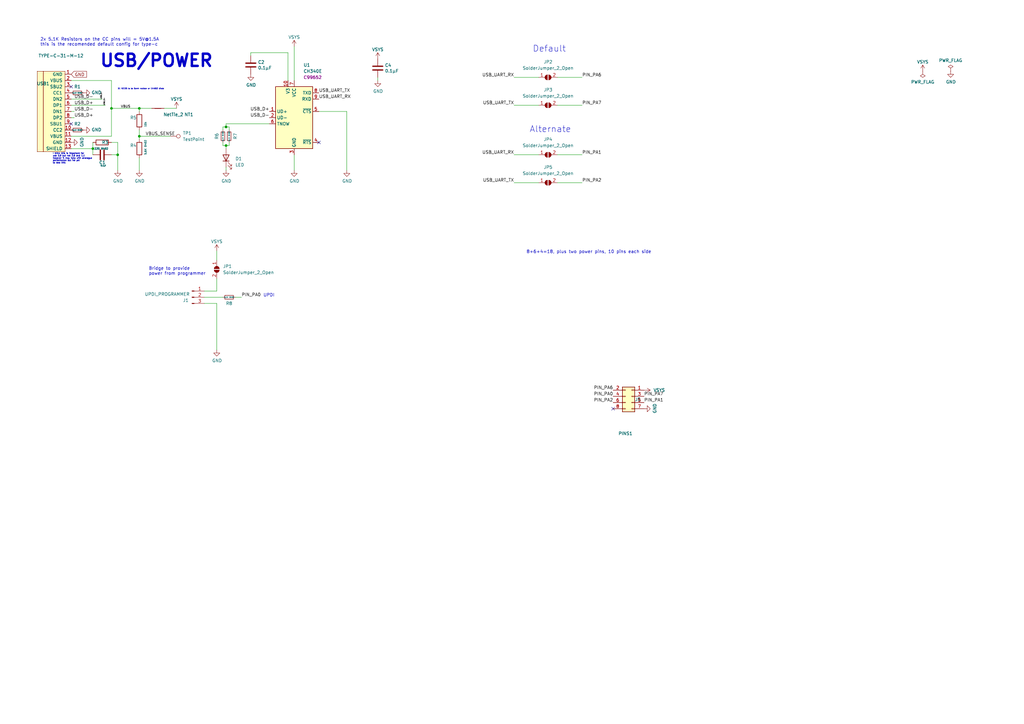
<source format=kicad_sch>
(kicad_sch (version 20211123) (generator eeschema)
  (paper "A3")
  (lib_symbols
    (symbol "Connector:Conn_01x03_Male" (pin_names (offset 1.016) hide)
      (property "Reference" "J" (at 0 5.08 0))
      (property "Value" "Conn_01x03_Male" (at 0 -5.08 0))
      (symbol "Conn_01x03_Male_1_1"
        (polyline (pts (xy 1.27 -2.54) (xy 0.8636 -2.54)) (stroke (width 0.1524)))
        (polyline (pts (xy 1.27 0) (xy 0.8636 0)) (stroke (width 0.1524)))
        (polyline (pts (xy 1.27 2.54) (xy 0.8636 2.54)) (stroke (width 0.1524)))
        (rectangle (start 0.8636 -2.413) (end 0 -2.667) (stroke (width 0.1524)) (fill (type outline)))
        (rectangle (start 0.8636 0.127) (end 0 -0.127) (stroke (width 0.1524)) (fill (type outline)))
        (rectangle (start 0.8636 2.667) (end 0 2.413) (stroke (width 0.1524)) (fill (type outline)))
        (pin passive line (at 5.08 2.54 180) (length 3.81) (name "Pin_1") (number "1"))
        (pin passive line (at 5.08 0 180) (length 3.81) (name "Pin_2") (number "2"))
        (pin passive line (at 5.08 -2.54 180) (length 3.81) (name "Pin_3") (number "3"))
      )
    )
    (symbol "Connector:TestPoint" (pin_numbers hide) (pin_names (offset 0.762) hide)
      (property "Reference" "TP" (at 0 6.858 0))
      (property "Value" "TestPoint" (at 0 5.08 0))
      (symbol "TestPoint_0_1"
        (circle (center 0 3.302) (radius 0.762))
      )
      (symbol "TestPoint_1_1"
        (pin passive line (at 0 0 90) (length 2.54) (name "1") (number "1"))
      )
    )
    (symbol "Connector_Generic:Conn_02x04_Odd_Even" (pin_names (offset 1.016) hide)
      (property "Reference" "J" (at 1.27 5.08 0))
      (property "Value" "Conn_02x04_Odd_Even" (at 1.27 -7.62 0))
      (symbol "Conn_02x04_Odd_Even_1_1"
        (rectangle (start -1.27 -4.953) (end 0 -5.207) (stroke (width 0.1524)))
        (rectangle (start -1.27 -2.413) (end 0 -2.667) (stroke (width 0.1524)))
        (rectangle (start -1.27 0.127) (end 0 -0.127) (stroke (width 0.1524)))
        (rectangle (start -1.27 2.667) (end 0 2.413) (stroke (width 0.1524)))
        (rectangle (start -1.27 3.81) (end 3.81 -6.35) (stroke (width 0.254)) (fill (type background)))
        (rectangle (start 3.81 -4.953) (end 2.54 -5.207) (stroke (width 0.1524)))
        (rectangle (start 3.81 -2.413) (end 2.54 -2.667) (stroke (width 0.1524)))
        (rectangle (start 3.81 0.127) (end 2.54 -0.127) (stroke (width 0.1524)))
        (rectangle (start 3.81 2.667) (end 2.54 2.413) (stroke (width 0.1524)))
        (pin passive line (at -5.08 2.54 0) (length 3.81) (name "Pin_1") (number "1"))
        (pin passive line (at 7.62 2.54 180) (length 3.81) (name "Pin_2") (number "2"))
        (pin passive line (at -5.08 0 0) (length 3.81) (name "Pin_3") (number "3"))
        (pin passive line (at 7.62 0 180) (length 3.81) (name "Pin_4") (number "4"))
        (pin passive line (at -5.08 -2.54 0) (length 3.81) (name "Pin_5") (number "5"))
        (pin passive line (at 7.62 -2.54 180) (length 3.81) (name "Pin_6") (number "6"))
        (pin passive line (at -5.08 -5.08 0) (length 3.81) (name "Pin_7") (number "7"))
        (pin passive line (at 7.62 -5.08 180) (length 3.81) (name "Pin_8") (number "8"))
      )
    )
    (symbol "Device:C" (pin_numbers hide) (pin_names (offset 0.254))
      (property "Reference" "C" (at 0.635 2.54 0))
      (property "Value" "C" (at 0.635 -2.54 0))
      (symbol "C_0_1"
        (polyline (pts (xy -2.032 -0.762) (xy 2.032 -0.762)) (stroke (width 0.508)))
        (polyline (pts (xy -2.032 0.762) (xy 2.032 0.762)) (stroke (width 0.508)))
      )
      (symbol "C_1_1"
        (pin passive line (at 0 3.81 270) (length 2.794) (name "~") (number "1"))
        (pin passive line (at 0 -3.81 90) (length 2.794) (name "~") (number "2"))
      )
    )
    (symbol "Device:LED" (pin_numbers hide) (pin_names (offset 1.016) hide)
      (property "Reference" "D" (at 0 2.54 0))
      (property "Value" "LED" (at 0 -2.54 0))
      (symbol "LED_0_1"
        (polyline (pts (xy -1.27 -1.27) (xy -1.27 1.27)) (stroke (width 0.254)))
        (polyline (pts (xy -1.27 0) (xy 1.27 0)))
        (polyline (pts (xy 1.27 -1.27) (xy 1.27 1.27) (xy -1.27 0) (xy 1.27 -1.27)) (stroke (width 0.254)))
        (polyline (pts (xy -3.048 -0.762) (xy -4.572 -2.286) (xy -3.81 -2.286) (xy -4.572 -2.286) (xy -4.572 -1.524)))
        (polyline (pts (xy -1.778 -0.762) (xy -3.302 -2.286) (xy -2.54 -2.286) (xy -3.302 -2.286) (xy -3.302 -1.524)))
      )
      (symbol "LED_1_1"
        (pin passive line (at -3.81 0 0) (length 2.54) (name "K") (number "1"))
        (pin passive line (at 3.81 0 180) (length 2.54) (name "A") (number "2"))
      )
    )
    (symbol "Device:NetTie_2" (pin_numbers hide) (pin_names (offset 0) hide)
      (property "Reference" "NT" (at 0 1.27 0))
      (property "Value" "NetTie_2" (at 0 -1.27 0))
      (symbol "NetTie_2_0_1"
        (polyline (pts (xy -1.27 0) (xy 1.27 0)) (stroke (width 0.254)))
      )
      (symbol "NetTie_2_1_1"
        (pin passive line (at -2.54 0 0) (length 2.54) (name "1") (number "1"))
        (pin passive line (at 2.54 0 180) (length 2.54) (name "2") (number "2"))
      )
    )
    (symbol "Device:R" (pin_numbers hide) (pin_names (offset 0))
      (property "Reference" "R" (at 2.032 0 90))
      (property "Value" "R" (at 0 0 90))
      (symbol "R_0_1"
        (rectangle (start -1.016 -2.54) (end 1.016 2.54) (stroke (width 0.254)))
      )
      (symbol "R_1_1"
        (pin passive line (at 0 3.81 270) (length 1.27) (name "~") (number "1"))
        (pin passive line (at 0 -3.81 90) (length 1.27) (name "~") (number "2"))
      )
    )
    (symbol "Device:R_Small" (pin_numbers hide) (pin_names (offset 0.254) hide)
      (property "Reference" "R" (at 0.762 0.508 0))
      (property "Value" "R_Small" (at 0.762 -1.016 0))
      (symbol "R_Small_0_1"
        (rectangle (start -0.762 1.778) (end 0.762 -1.778) (stroke (width 0.2032)))
      )
      (symbol "R_Small_1_1"
        (pin passive line (at 0 2.54 270) (length 0.762) (name "~") (number "1"))
        (pin passive line (at 0 -2.54 90) (length 0.762) (name "~") (number "2"))
      )
    )
    (symbol "Jumper:SolderJumper_2_Open" (pin_names (offset 0) hide)
      (property "Reference" "JP" (at 0 2.032 0))
      (property "Value" "SolderJumper_2_Open" (at 0 -2.54 0))
      (symbol "SolderJumper_2_Open_0_1"
        (arc (start -0.254 1.016) (mid -1.27 0) (end -0.254 -1.016))
        (arc (start -0.254 1.016) (mid -1.27 0) (end -0.254 -1.016) (fill (type outline)))
        (polyline (pts (xy -0.254 1.016) (xy -0.254 -1.016)))
        (polyline (pts (xy 0.254 1.016) (xy 0.254 -1.016)))
        (arc (start 0.254 -1.016) (mid 1.27 0) (end 0.254 1.016))
        (arc (start 0.254 -1.016) (mid 1.27 0) (end 0.254 1.016) (fill (type outline)))
      )
      (symbol "SolderJumper_2_Open_1_1"
        (pin passive line (at -3.81 0 0) (length 2.54) (name "A") (number "1"))
        (pin passive line (at 3.81 0 180) (length 2.54) (name "B") (number "2"))
      )
    )
    (symbol "Type-C:HRO-TYPE-C-31-M-12" (pin_names (offset 1.016))
      (property "Reference" "USB" (at -5.08 16.51 0))
      (property "Value" "HRO-TYPE-C-31-M-12" (at -10.16 -1.27 90))
      (symbol "HRO-TYPE-C-31-M-12_0_1"
        (rectangle (start -11.43 15.24) (end -8.89 -17.78) (fill (type background)))
        (rectangle (start 0 -17.78) (end -8.89 15.24) (fill (type background)))
      )
      (symbol "HRO-TYPE-C-31-M-12_1_1"
        (pin input line (at 2.54 13.97 180) (length 2.54) (name "GND") (number "1"))
        (pin input line (at 2.54 -8.89 180) (length 2.54) (name "CC2") (number "10"))
        (pin input line (at 2.54 -11.43 180) (length 2.54) (name "VBUS") (number "11"))
        (pin input line (at 2.54 -13.97 180) (length 2.54) (name "GND") (number "12"))
        (pin input line (at 2.54 -16.51 180) (length 2.54) (name "SHIELD") (number "13"))
        (pin input line (at 2.54 11.43 180) (length 2.54) (name "VBUS") (number "2"))
        (pin input line (at 2.54 8.89 180) (length 2.54) (name "SBU2") (number "3"))
        (pin input line (at 2.54 6.35 180) (length 2.54) (name "CC1") (number "4"))
        (pin input line (at 2.54 3.81 180) (length 2.54) (name "DN2") (number "5"))
        (pin input line (at 2.54 1.27 180) (length 2.54) (name "DP1") (number "6"))
        (pin input line (at 2.54 -1.27 180) (length 2.54) (name "DN1") (number "7"))
        (pin input line (at 2.54 -3.81 180) (length 2.54) (name "DP2") (number "8"))
        (pin input line (at 2.54 -6.35 180) (length 2.54) (name "SBU1") (number "9"))
      )
    )
    (symbol "_my_kicad_library:CH340E"
      (property "Reference" "U" (at -5.08 13.97 0))
      (property "Value" "CH340E" (at 1.27 13.97 0))
      (property "LCSC" "C99652" (at 0 0 0))
      (symbol "CH340E_0_1"
        (rectangle (start -7.62 12.7) (end 7.62 -12.7) (stroke (width 0.254)) (fill (type background)))
      )
      (symbol "CH340E_1_1"
        (pin bidirectional line (at -10.16 2.54 0) (length 2.54) (name "UD+") (number "1"))
        (pin passive line (at -2.54 15.24 270) (length 2.54) (name "V3") (number "10"))
        (pin bidirectional line (at -10.16 0 0) (length 2.54) (name "UD-") (number "2"))
        (pin power_in line (at 0 -15.24 90) (length 2.54) (name "GND") (number "3"))
        (pin output line (at 10.16 -10.16 180) (length 2.54) (name "~{RTS}") (number "4"))
        (pin input line (at 10.16 2.54 180) (length 2.54) (name "~{CTS}") (number "5"))
        (pin output line (at -10.16 -2.54 0) (length 2.54) (name "TNOW") (number "6"))
        (pin power_in line (at 0 15.24 270) (length 2.54) (name "VCC") (number "7"))
        (pin output line (at 10.16 10.16 180) (length 2.54) (name "TXD") (number "8"))
        (pin input line (at 10.16 7.62 180) (length 2.54) (name "RXD") (number "9"))
      )
    )
    (symbol "_my_kicad_library:VSYS" (power) (pin_names (offset 0))
      (property "Value" "VSYS" (at 0 3.81 0))
      (symbol "VSYS_0_1"
        (polyline (pts (xy -0.762 1.27) (xy 0 2.54)))
        (polyline (pts (xy 0 0) (xy 0 2.54)))
        (polyline (pts (xy 0 2.54) (xy 0.762 1.27)))
      )
      (symbol "VSYS_1_1"
        (pin power_in line (at 0 0 90) (length 0) hide (name "VSYS") (number "1"))
      )
    )
    (symbol "power:GND" (power) (pin_names (offset 0))
      (property "Value" "GND" (at 0 -3.81 0))
      (symbol "GND_0_1"
        (polyline (pts (xy 0 0) (xy 0 -1.27) (xy 1.27 -1.27) (xy 0 -2.54) (xy -1.27 -1.27) (xy 0 -1.27)))
      )
      (symbol "GND_1_1"
        (pin power_in line (at 0 0 270) (length 0) hide (name "GND") (number "1"))
      )
    )
    (symbol "power:PWR_FLAG" (power) (pin_numbers hide) (pin_names (offset 0) hide)
      (property "Value" "PWR_FLAG" (at 0 3.81 0))
      (symbol "PWR_FLAG_0_0"
        (pin power_out line (at 0 0 90) (length 0) (name "pwr") (number "1"))
      )
      (symbol "PWR_FLAG_0_1"
        (polyline (pts (xy 0 0) (xy 0 1.27) (xy -1.016 1.905) (xy 0 2.54) (xy 1.016 1.905) (xy 0 1.27)))
      )
    )
  )
  (junction (at 57.15 44.45))
  (junction (at 38.1 60.96))
  (junction (at 57.15 55.88))
  (junction (at 45.72 44.45))
  (junction (at 92.71 59.69))
  (junction (at 92.71 52.07))
  (junction (at 48.26 63.5))
  (no_connect (at 29.21 50.8))
  (no_connect (at 130.81 58.42))
  (no_connect (at 29.21 35.56))
  (no_connect (at 251.46 167.64))
  (wire (pts (xy 29.21 45.72) (xy 30.48 45.72)))
  (wire (pts (xy 92.71 52.07) (xy 93.98 52.07)))
  (wire (pts (xy 120.65 19.05) (xy 120.65 33.02)))
  (wire (pts (xy 88.9 119.38) (xy 88.9 114.3)))
  (wire (pts (xy 142.24 45.72) (xy 142.24 69.85)))
  (wire (pts (xy 57.15 53.34) (xy 57.15 55.88)))
  (wire (pts (xy 130.81 45.72) (xy 142.24 45.72)))
  (wire (pts (xy 45.72 55.88) (xy 29.21 55.88)))
  (wire (pts (xy 88.9 124.46) (xy 83.82 124.46)))
  (wire (pts (xy 91.44 53.34) (xy 91.44 52.07)))
  (wire (pts (xy 93.98 58.42) (xy 93.98 59.69)))
  (wire (pts (xy 48.26 63.5) (xy 48.26 69.85)))
  (wire (pts (xy 91.44 59.69) (xy 92.71 59.69)))
  (wire (pts (xy 92.71 59.69) (xy 92.71 60.96)))
  (wire (pts (xy 238.76 74.93) (xy 228.6 74.93)))
  (wire (pts (xy 228.6 31.75) (xy 238.76 31.75)))
  (wire (pts (xy 92.71 50.8) (xy 92.71 52.07)))
  (wire (pts (xy 92.71 50.8) (xy 110.49 50.8)))
  (wire (pts (xy 29.21 48.26) (xy 30.48 48.26)))
  (wire (pts (xy 210.82 63.5) (xy 220.98 63.5)))
  (wire (pts (xy 238.76 63.5) (xy 228.6 63.5)))
  (wire (pts (xy 238.76 43.18) (xy 228.6 43.18)))
  (wire (pts (xy 67.31 44.45) (xy 72.39 44.45)))
  (wire (pts (xy 210.82 31.75) (xy 220.98 31.75)))
  (wire (pts (xy 38.1 60.96) (xy 38.1 63.5)))
  (wire (pts (xy 96.52 121.92) (xy 99.06 121.92)))
  (wire (pts (xy 57.15 44.45) (xy 57.15 45.72)))
  (wire (pts (xy 92.71 69.85) (xy 92.71 68.58)))
  (wire (pts (xy 210.82 74.93) (xy 220.98 74.93)))
  (wire (pts (xy 88.9 143.51) (xy 88.9 124.46)))
  (wire (pts (xy 48.26 58.42) (xy 48.26 63.5)))
  (wire (pts (xy 210.82 43.18) (xy 220.98 43.18)))
  (wire (pts (xy 45.72 33.02) (xy 45.72 44.45)))
  (wire (pts (xy 83.82 119.38) (xy 88.9 119.38)))
  (wire (pts (xy 102.87 22.86) (xy 102.87 21.59)))
  (wire (pts (xy 93.98 59.69) (xy 92.71 59.69)))
  (wire (pts (xy 91.44 52.07) (xy 92.71 52.07)))
  (wire (pts (xy 91.44 58.42) (xy 91.44 59.69)))
  (wire (pts (xy 83.82 121.92) (xy 91.44 121.92)))
  (wire (pts (xy 120.65 69.85) (xy 120.65 63.5)))
  (wire (pts (xy 57.15 69.85) (xy 57.15 64.77)))
  (wire (pts (xy 38.1 60.96) (xy 38.1 58.42)))
  (wire (pts (xy 118.11 21.59) (xy 118.11 33.02)))
  (wire (pts (xy 102.87 21.59) (xy 118.11 21.59)))
  (wire (pts (xy 29.21 43.18) (xy 43.18 43.18)))
  (wire (pts (xy 45.72 44.45) (xy 45.72 55.88)))
  (wire (pts (xy 45.72 63.5) (xy 48.26 63.5)))
  (wire (pts (xy 88.9 102.87) (xy 88.9 106.68)))
  (wire (pts (xy 45.72 44.45) (xy 57.15 44.45)))
  (wire (pts (xy 29.21 33.02) (xy 45.72 33.02)))
  (wire (pts (xy 93.98 53.34) (xy 93.98 52.07)))
  (wire (pts (xy 57.15 44.45) (xy 62.23 44.45)))
  (wire (pts (xy 57.15 55.88) (xy 57.15 57.15)))
  (wire (pts (xy 29.21 40.64) (xy 41.91 40.64)))
  (wire (pts (xy 45.72 58.42) (xy 48.26 58.42)))
  (wire (pts (xy 154.94 33.02) (xy 154.94 31.75)))
  (wire (pts (xy 29.21 60.96) (xy 38.1 60.96)))
  (wire (pts (xy 57.15 55.88) (xy 69.85 55.88)))
  (text "2x 5.1K Resistors on the CC pins will = 5V@1.5A\nthis is the recomended default config for type-c" (at 16.51 19.05 0) (effects (font (size 1.27 1.27)) (justify left bottom)))
  (text "Alternate" (at 217.17 54.61 0) (effects (font (size 2.54 2.54)) (justify left bottom)))
  (text "8+6+4=18, plus two power pins, 10 pins each side" (at 215.9 104.14 0) (effects (font (size 1.27 1.27)) (justify left bottom)))
  (text "Default" (at 218.44 21.59 0) (effects (font (size 2.54 2.54)) (justify left bottom)))
  (text "I think this is important for \nusb 3.0 but not 2.0 and 1.1\nhowever it may help with analogue\nperformance but ive yet\nto test this" (at 21.59 67.31 0) (effects (font (size 0.6 0.6)) (justify left bottom)))
  (text "UPDI" (at 107.95 121.92 0) (effects (font (size 1.27 1.27)) (justify left bottom)))
  (text "Bridge to provide\npower from programmer" (at 60.96 113.03 0) (effects (font (size 1.27 1.27)) (justify left bottom)))
  (text "D1 NEEDS to be 0omh resistor or 1N4002 diode" (at 48.26 36.83 0) (effects (font (size 0.508 0.508)) (justify left bottom)))
  (text "USB/POWER" (at 40.64 27.94 0) (effects (font (size 5.0038 5.0038) (thickness 1.0008) bold) (justify left bottom)))
  (label "PIN_PA2" (at 251.46 165.1 180))
  (label "USB_D+" (at 43.18 43.18 90) (effects (font (size 0.508 0.508))))
  (label "USB_UART_TX" (at 210.82 43.18 180))
  (label "USB_UART_RX" (at 210.82 31.75 180))
  (label "PIN_PA0" (at 251.46 162.56 180))
  (label "USB_D-" (at 110.49 48.26 180))
  (label "USB_UART_RX" (at 210.82 63.5 180))
  (label "PIN_PA2" (at 238.76 74.93 0))
  (label "PIN_PA0" (at 99.06 121.92 0))
  (label "USB_D+" (at 30.48 43.18 0))
  (label "USB_D-" (at 30.48 45.72 0))
  (label "USB_D-" (at 30.48 40.64 0))
  (label "USB_D+" (at 110.49 45.72 180))
  (label "PIN_PA6" (at 251.46 160.02 180))
  (label "VBUS" (at 49.53 44.45 0) (effects (font (size 0.9906 0.9906))))
  (label "PIN_PA1" (at 238.76 63.5 0))
  (label "PIN_PA1" (at 264.16 165.1 0))
  (label "VBUS_SENSE" (at 59.69 55.88 0))
  (label "USB_D+" (at 30.48 48.26 0))
  (label "USB_UART_TX" (at 130.81 38.1 0))
  (label "PIN_PA6" (at 238.76 31.75 0))
  (label "USB_UART_RX" (at 130.81 40.64 0))
  (label "USB_UART_TX" (at 210.82 74.93 180))
  (label "PIN_PA7" (at 264.16 162.56 0))
  (label "PIN_PA7" (at 238.76 43.18 0))
  (label "USB_D-" (at 41.91 40.64 90) (effects (font (size 0.508 0.508))))
  (global_label "GND" (shape input) (at 29.21 30.48 0) (property "Intersheet References" "${INTERSHEET_REFS}" (effects hide)))
  (symbol (lib_id "Device:R_Small") (at 93.98 121.92 90) (unit 1)
    (property "Reference" "R8" (at 93.98 124.46 90))
    (property "Value" "5.1K 0402" (at 93.98 121.92 90) (effects (font (size 0.508 0.508))))
    (property "Footprint" "Resistor_SMD:R_0402_1005Metric" (effects hide))
    (property "LCSC" "C25905" (effects hide))
  )
  (symbol (lib_id "power:PWR_FLAG") (at 389.89 29.21 0) (unit 1)
    (property "Reference" "#FLG02" (effects hide))
    (property "Value" "PWR_FLAG" (at 389.89 24.7904 0))
  )
  (symbol (lib_id "Connector:Conn_01x03_Male") (at 78.74 121.92 0) (unit 1)
    (property "Reference" "J1" (at 76.2 123.19 0))
    (property "Value" "UPDI_PROGRAMMER" (at 68.58 120.65 0))
    (property "Footprint" "Connector_PinHeader_2.54mm:PinHeader_1x03_P2.54mm_Vertical" (effects hide))
  )
  (symbol (lib_id "power:GND") (at 389.89 29.21 0) (unit 1)
    (property "Reference" "#PWR023" (effects hide))
    (property "Value" "GND" (at 390.017 33.6042 0))
  )
  (symbol (lib_id "_my_kicad_library:VSYS") (at 264.16 160.02 270) (unit 1)
    (property "Reference" "#PWR0103" (effects hide))
    (property "Value" "VSYS" (at 267.97 160.0199 90) (effects (justify left)))
  )
  (symbol (lib_id "Device:R") (at 57.15 49.53 0) (unit 1)
    (property "Reference" "R5" (at 53.34 48.26 0) (effects (justify left)))
    (property "Value" "10k" (at 59.69 52.07 90) (effects (font (size 0.762 0.762)) (justify left)))
    (property "Footprint" "Resistor_SMD:R_0402_1005Metric" (effects hide))
    (property "LCSC" "C25744" (effects hide))
  )
  (symbol (lib_id "_my_kicad_library:VSYS") (at 72.39 44.45 0) (unit 1)
    (property "Reference" "#PWR06" (effects hide))
    (property "Value" "VSYS" (at 72.39 40.64 0))
  )
  (symbol (lib_id "power:GND") (at 102.87 30.48 0) (unit 1)
    (property "Reference" "#PWR010" (effects hide))
    (property "Value" "GND" (at 102.997 34.8742 0))
  )
  (symbol (lib_id "power:GND") (at 92.71 69.85 0) (unit 1)
    (property "Reference" "#PWR09" (effects hide))
    (property "Value" "GND" (at 92.837 74.2442 0))
  )
  (symbol (lib_id "power:GND") (at 29.21 58.42 90) (unit 1)
    (property "Reference" "#PWR01" (effects hide))
    (property "Value" "GND" (at 33.6042 58.293 0))
  )
  (symbol (lib_id "power:GND") (at 154.94 33.02 0) (unit 1)
    (property "Reference" "#PWR019" (effects hide))
    (property "Value" "GND" (at 155.067 37.4142 0))
  )
  (symbol (lib_id "_my_kicad_library:VSYS") (at 154.94 24.13 0) (unit 1)
    (property "Reference" "#PWR018" (effects hide))
    (property "Value" "VSYS" (at 154.94 20.32 0))
  )
  (symbol (lib_id "power:GND") (at 88.9 143.51 0) (unit 1)
    (property "Reference" "#PWR08" (effects hide))
    (property "Value" "GND" (at 89.027 147.9042 0))
  )
  (symbol (lib_id "Type-C:HRO-TYPE-C-31-M-12") (at 26.67 44.45 0) (unit 1)
    (property "Reference" "USB1" (at 20.32 34.29 0) (effects (justify right)))
    (property "Value" "TYPE-C-31-M-12" (at 34.29 22.86 0) (effects (justify right)))
    (property "Footprint" "HRO:HRO-TYPE-C-31-M-12" (effects hide))
    (property "LCSC" "C165948" (effects hide))
  )
  (symbol (lib_id "power:GND") (at 34.29 53.34 90) (unit 1)
    (property "Reference" "#PWR03" (effects hide))
    (property "Value" "GND" (at 37.5412 53.213 90) (effects (justify right)))
  )
  (symbol (lib_id "Device:R") (at 41.91 58.42 90) (unit 1)
    (property "Reference" "R3" (at 44.45 58.42 90) (effects (justify left)))
    (property "Value" "220 0402" (at 44.45 60.96 90) (effects (font (size 0.762 0.762)) (justify left)))
    (property "Footprint" "Resistor_SMD:R_0402_1005Metric" (effects hide))
    (property "LCSC" "C25091" (effects hide))
  )
  (symbol (lib_id "_my_kicad_library:CH340E") (at 120.65 48.26 0) (unit 1)
    (property "Reference" "U1" (at 124.46 26.67 0) (effects (justify left)))
    (property "Value" "CH340E" (at 124.46 29.21 0) (effects (justify left)))
    (property "Footprint" "Package_SO:MSOP-10_3x3mm_P0.5mm" (effects hide))
    (property "Datasheet" "https://www.mpja.com/download/35227cpdata.pdf" (effects hide))
    (property "LCSC" "C99652" (at 124.46 31.75 0) (effects (justify left)))
  )
  (symbol (lib_id "Device:C") (at 102.87 26.67 0) (unit 1)
    (property "Reference" "C2" (at 105.791 25.5016 0) (effects (justify left)))
    (property "Value" "0.1μF" (at 105.791 27.813 0) (effects (justify left)))
    (property "Footprint" "Capacitor_SMD:C_0603_1608Metric" (effects hide))
    (property "LCSC" "C14663" (effects hide))
  )
  (symbol (lib_id "Device:R_Small") (at 91.44 55.88 0) (unit 1)
    (property "Reference" "R6" (at 88.9 55.88 90))
    (property "Value" "5.1K 0402" (at 91.44 55.88 90) (effects (font (size 0.508 0.508))))
    (property "Footprint" "Resistor_SMD:R_0402_1005Metric" (effects hide))
    (property "LCSC" "C25905" (effects hide))
  )
  (symbol (lib_id "Connector_Generic:Conn_02x04_Odd_Even") (at 259.08 162.56 0) (mirror y) (unit 1)
    (property "Reference" "J5" (at 261.62 163.83 0))
    (property "Value" "PINS1" (at 256.54 177.8 0))
    (property "Footprint" "Connector_PinSocket_2.54mm:PinSocket_2x04_P2.54mm_Vertical" (effects hide))
  )
  (symbol (lib_id "Device:R_Small") (at 93.98 55.88 180) (unit 1)
    (property "Reference" "R7" (at 96.52 55.88 90))
    (property "Value" "5.1K 0402" (at 93.98 55.88 90) (effects (font (size 0.508 0.508))))
    (property "Footprint" "Resistor_SMD:R_0402_1005Metric" (effects hide))
    (property "LCSC" "C25905" (effects hide))
  )
  (symbol (lib_id "Device:R") (at 57.15 60.96 0) (unit 1)
    (property "Reference" "R4" (at 53.34 59.69 0) (effects (justify left)))
    (property "Value" "5.6K 0402" (at 59.69 63.5 90) (effects (font (size 0.762 0.762)) (justify left)))
    (property "Footprint" "Resistor_SMD:R_0402_1005Metric" (effects hide))
    (property "LCSC" "C25908" (effects hide))
  )
  (symbol (lib_id "power:PWR_FLAG") (at 378.46 29.21 180) (unit 1)
    (property "Reference" "#FLG01" (effects hide))
    (property "Value" "PWR_FLAG" (at 378.46 33.6296 0))
  )
  (symbol (lib_id "_my_kicad_library:VSYS") (at 120.65 19.05 0) (unit 1)
    (property "Reference" "#PWR011" (effects hide))
    (property "Value" "VSYS" (at 120.65 15.24 0))
  )
  (symbol (lib_id "_my_kicad_library:VSYS") (at 88.9 102.87 0) (unit 1)
    (property "Reference" "#PWR07" (effects hide))
    (property "Value" "VSYS" (at 88.9 99.06 0))
  )
  (symbol (lib_id "power:GND") (at 48.26 69.85 0) (unit 1)
    (property "Reference" "#PWR04" (effects hide))
    (property "Value" "GND" (at 48.387 74.2442 0))
  )
  (symbol (lib_id "Device:R_Small") (at 31.75 53.34 270) (unit 1)
    (property "Reference" "R2" (at 31.75 50.8 90))
    (property "Value" "5.1K 0402" (at 31.75 53.34 90) (effects (font (size 0.508 0.508))))
    (property "Footprint" "Resistor_SMD:R_0402_1005Metric" (effects hide))
    (property "LCSC" "C25905" (effects hide))
  )
  (symbol (lib_id "power:GND") (at 34.29 38.1 90) (unit 1)
    (property "Reference" "#PWR02" (effects hide))
    (property "Value" "GND" (at 37.5412 37.973 90) (effects (justify right)))
  )
  (symbol (lib_id "Device:NetTie_2") (at 64.77 44.45 0) (unit 1)
    (property "Reference" "NT1" (at 77.47 46.99 0))
    (property "Value" "NetTie_2" (at 71.12 46.99 0))
    (property "Footprint" "NetTie:NetTie-2_SMD_Pad0.5mm" (effects hide))
  )
  (symbol (lib_id "Jumper:SolderJumper_2_Open") (at 224.79 31.75 0) (unit 1)
    (property "Reference" "JP2" (at 224.79 25.4 0))
    (property "Value" "SolderJumper_2_Open" (at 224.79 27.94 0))
    (property "Footprint" "Jumper:SolderJumper-2_P1.3mm_Open_Pad1.0x1.5mm" (effects hide))
  )
  (symbol (lib_id "Jumper:SolderJumper_2_Open") (at 224.79 43.18 0) (unit 1)
    (property "Reference" "JP3" (at 224.79 36.83 0))
    (property "Value" "SolderJumper_2_Open" (at 224.79 39.37 0))
    (property "Footprint" "Jumper:SolderJumper-2_P1.3mm_Open_Pad1.0x1.5mm" (effects hide))
  )
  (symbol (lib_id "Jumper:SolderJumper_2_Open") (at 88.9 110.49 270) (unit 1)
    (property "Reference" "JP1" (at 91.44 109.2199 90) (effects (justify left)))
    (property "Value" "SolderJumper_2_Open" (at 91.44 111.7599 90) (effects (justify left)))
    (property "Footprint" "Jumper:SolderJumper-2_P1.3mm_Open_Pad1.0x1.5mm" (effects hide))
  )
  (symbol (lib_id "Device:R_Small") (at 31.75 38.1 270) (unit 1)
    (property "Reference" "R1" (at 31.75 35.56 90))
    (property "Value" "5.1K 0402" (at 31.75 38.1 90) (effects (font (size 0.508 0.508))))
    (property "Footprint" "Resistor_SMD:R_0402_1005Metric" (effects hide))
    (property "LCSC" "C25905" (effects hide))
  )
  (symbol (lib_id "Jumper:SolderJumper_2_Open") (at 224.79 63.5 0) (unit 1)
    (property "Reference" "JP4" (at 224.79 57.15 0))
    (property "Value" "SolderJumper_2_Open" (at 224.79 59.69 0))
    (property "Footprint" "Jumper:SolderJumper-2_P1.3mm_Open_Pad1.0x1.5mm" (effects hide))
  )
  (symbol (lib_id "power:GND") (at 264.16 167.64 90) (unit 1)
    (property "Reference" "#PWR0104" (effects hide))
    (property "Value" "GND" (at 268.5542 167.513 0))
  )
  (symbol (lib_id "Device:C") (at 154.94 27.94 0) (unit 1)
    (property "Reference" "C4" (at 157.861 26.7716 0) (effects (justify left)))
    (property "Value" "0.1μF" (at 157.861 29.083 0) (effects (justify left)))
    (property "Footprint" "Capacitor_SMD:C_0603_1608Metric" (effects hide))
    (property "LCSC" "C14663" (effects hide))
  )
  (symbol (lib_id "power:GND") (at 57.15 69.85 0) (unit 1)
    (property "Reference" "#PWR05" (effects hide))
    (property "Value" "GND" (at 57.277 74.2442 0))
  )
  (symbol (lib_id "Connector:TestPoint") (at 69.85 55.88 270) (unit 1)
    (property "Reference" "TP1" (at 74.93 54.6099 90) (effects (justify left)))
    (property "Value" "TestPoint" (at 74.93 57.1499 90) (effects (justify left)))
    (property "Footprint" "mine:TestPoint_Pad_1.0x1.0mm" (effects hide))
  )
  (symbol (lib_id "power:GND") (at 142.24 69.85 0) (unit 1)
    (property "Reference" "#PWR013" (effects hide))
    (property "Value" "GND" (at 142.367 74.2442 0))
  )
  (symbol (lib_id "power:GND") (at 120.65 69.85 0) (unit 1)
    (property "Reference" "#PWR012" (effects hide))
    (property "Value" "GND" (at 120.777 74.2442 0))
  )
  (symbol (lib_id "Jumper:SolderJumper_2_Open") (at 224.79 74.93 0) (unit 1)
    (property "Reference" "JP5" (at 224.79 68.58 0))
    (property "Value" "SolderJumper_2_Open" (at 224.79 71.12 0))
    (property "Footprint" "Jumper:SolderJumper-2_P1.3mm_Open_Pad1.0x1.5mm" (effects hide))
  )
  (symbol (lib_id "Device:LED") (at 92.71 64.77 90) (unit 1)
    (property "Reference" "D1" (at 96.52 65.0874 90) (effects (justify right)))
    (property "Value" "LED" (at 96.52 67.6274 90) (effects (justify right)))
    (property "Footprint" "LED_SMD:LED_0603_1608Metric" (effects hide))
    (property "LCSC" "C2286" (effects hide))
  )
  (symbol (lib_id "Device:C") (at 41.91 63.5 270) (unit 1)
    (property "Reference" "C1" (at 40.64 66.675 90) (effects (justify left)))
    (property "Value" "0.1μF" (at 41.275 67.945 90) (effects (font (size 0.508 0.508)) (justify left)))
    (property "Footprint" "Capacitor_SMD:C_0603_1608Metric" (effects hide))
    (property "LCSC" "C14663" (effects hide))
  )
  (symbol (lib_id "_my_kicad_library:VSYS") (at 378.46 29.21 0) (unit 1)
    (property "Reference" "#PWR022" (effects hide))
    (property "Value" "VSYS" (at 378.46 25.4 0))
  )
)
</source>
